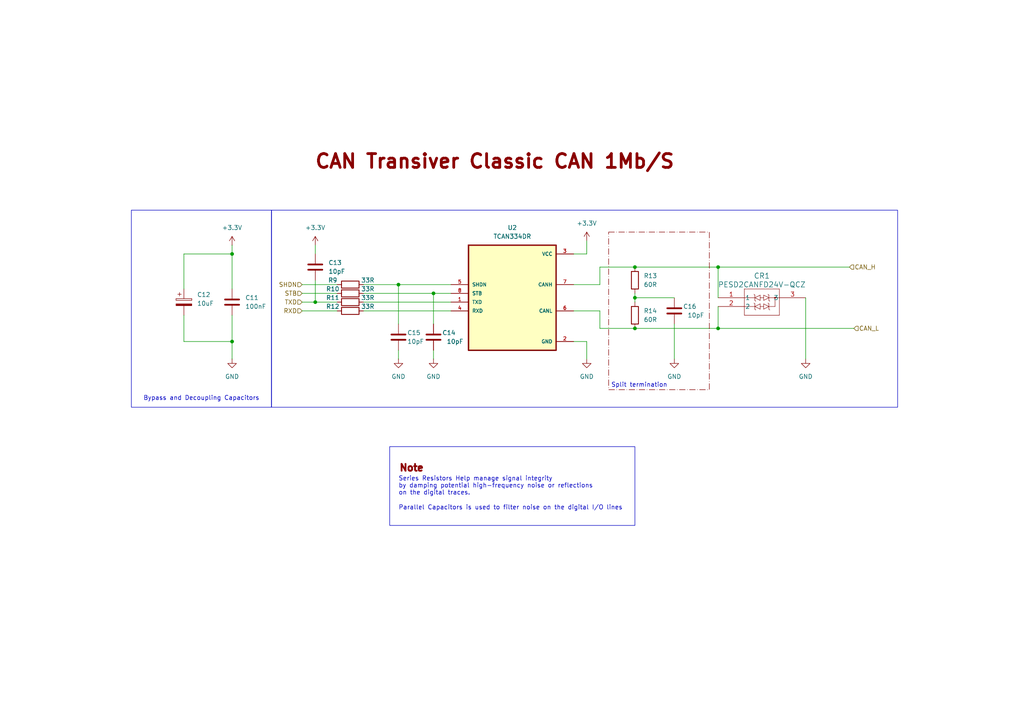
<source format=kicad_sch>
(kicad_sch (version 20250114) (generator "eeschema") (generator_version "9.0")
  (paper "A4")
  (title_block (title "${Project_Name}") (date "2026-01-05") (rev "V1"))
  (lib_symbols
    (symbol "Device:C" (pin_numbers (hide yes)) (pin_names (offset 0.254))
      (property "Reference" "C" (at 0.635 2.54 0))
      (property "Value" "C" (at 0.635 -2.54 0))
      (symbol "C_0_1"
        (polyline (pts (xy -2.032 0.762) (xy 2.032 0.762)) (stroke (width 0.508)))
        (polyline (pts (xy -2.032 -0.762) (xy 2.032 -0.762)) (stroke (width 0.508)))
      )
      (symbol "C_1_1"
        (pin passive line (at 0 3.81 270) (length 2.794) (name "~") (number "1"))
        (pin passive line (at 0 -3.81 90) (length 2.794) (name "~") (number "2"))
      )
    )
    (symbol "Device:C_Polarized" (pin_numbers (hide yes)) (pin_names (offset 0.254))
      (property "Reference" "C" (at 0.635 2.54 0))
      (property "Value" "C_Polarized" (at 0.635 -2.54 0))
      (symbol "C_Polarized_0_1"
        (rectangle (start -2.286 0.508) (end 2.286 1.016))
        (polyline (pts (xy -1.778 2.286) (xy -0.762 2.286)))
        (polyline (pts (xy -1.27 2.794) (xy -1.27 1.778)))
        (rectangle (start 2.286 -0.508) (end -2.286 -1.016) (fill (type outline)))
      )
      (symbol "C_Polarized_1_1"
        (pin passive line (at 0 3.81 270) (length 2.794) (name "~") (number "1"))
        (pin passive line (at 0 -3.81 90) (length 2.794) (name "~") (number "2"))
      )
    )
    (symbol "Device:R" (pin_numbers (hide yes)) (pin_names (offset 0))
      (property "Reference" "R" (at 2.032 0 90))
      (property "Value" "R" (at 0 0 90))
      (symbol "R_0_1"
        (rectangle (start -1.016 -2.54) (end 1.016 2.54) (stroke (width 0.254)))
      )
      (symbol "R_1_1"
        (pin passive line (at 0 3.81 270) (length 1.27) (name "~") (number "1"))
        (pin passive line (at 0 -3.81 90) (length 1.27) (name "~") (number "2"))
      )
    )
    (symbol "PESD2CANFD27V-QCZ:PESD2CANFD24V-QCZ" (pin_names (offset 0.254))
      (property "Reference" "CR" (at 12.7 7.62 0))
      (property "Value" "PESD2CANFD24V-QCZ" (at 12.7 5.08 0))
      (symbol "PESD2CANFD24V-QCZ_0_1"
        (polyline (pts (xy 7.62 2.54) (xy 7.62 -5.08)) (stroke (width 0.127)))
        (polyline (pts (xy 7.62 -2.54) (xy 10.668 -2.54)) (stroke (width 0.127)))
        (polyline (pts (xy 7.62 -5.08) (xy 17.78 -5.08)) (stroke (width 0.127)))
        (polyline (pts (xy 10.668 0.762) (xy 10.414 1.016)) (stroke (width 0.127)))
        (polyline (pts (xy 10.668 0) (xy 7.62 0)) (stroke (width 0.127)))
        (polyline (pts (xy 10.668 0) (xy 12.192 -0.762)) (stroke (width 0.127)))
        (polyline (pts (xy 10.668 -0.762) (xy 10.668 0.762)) (stroke (width 0.127)))
        (polyline (pts (xy 10.668 -0.762) (xy 10.922 -1.016)) (stroke (width 0.127)))
        (polyline (pts (xy 10.668 -1.778) (xy 10.414 -1.524)) (stroke (width 0.127)))
        (polyline (pts (xy 10.668 -2.54) (xy 12.192 -3.302)) (stroke (width 0.127)))
        (polyline (pts (xy 10.668 -3.302) (xy 10.668 -1.778)) (stroke (width 0.127)))
        (polyline (pts (xy 10.668 -3.302) (xy 10.922 -3.556)) (stroke (width 0.127)))
        (polyline (pts (xy 12.192 0.762) (xy 10.668 0)) (stroke (width 0.127)))
        (polyline (pts (xy 12.192 0) (xy 13.208 0)) (stroke (width 0.127)))
        (polyline (pts (xy 12.192 -0.762) (xy 12.192 0.762)) (stroke (width 0.127)))
        (polyline (pts (xy 12.192 -1.778) (xy 10.668 -2.54)) (stroke (width 0.127)))
        (polyline (pts (xy 12.192 -2.54) (xy 13.208 -2.54)) (stroke (width 0.127)))
        (polyline (pts (xy 12.192 -3.302) (xy 12.192 -1.778)) (stroke (width 0.127)))
        (polyline (pts (xy 13.208 0.762) (xy 13.208 -0.762)) (stroke (width 0.127)))
        (polyline (pts (xy 13.208 -0.762) (xy 14.732 0)) (stroke (width 0.127)))
        (polyline (pts (xy 13.208 -1.778) (xy 13.208 -3.302)) (stroke (width 0.127)))
        (polyline (pts (xy 13.208 -3.302) (xy 14.732 -2.54)) (stroke (width 0.127)))
        (polyline (pts (xy 14.732 0.762) (xy 14.478 1.016)) (stroke (width 0.127)))
        (polyline (pts (xy 14.732 0.762) (xy 14.732 -0.762)) (stroke (width 0.127)))
        (polyline (pts (xy 14.732 0) (xy 13.208 0.762)) (stroke (width 0.127)))
        (polyline (pts (xy 14.732 0) (xy 17.78 0)) (stroke (width 0.127)))
        (polyline (pts (xy 14.732 -0.762) (xy 14.986 -1.016)) (stroke (width 0.127)))
        (polyline (pts (xy 14.732 -1.778) (xy 14.478 -1.524)) (stroke (width 0.127)))
        (polyline (pts (xy 14.732 -1.778) (xy 14.732 -3.302)) (stroke (width 0.127)))
        (polyline (pts (xy 14.732 -2.54) (xy 13.208 -1.778)) (stroke (width 0.127)))
        (polyline (pts (xy 14.732 -2.54) (xy 16.51 -2.54)) (stroke (width 0.127)))
        (polyline (pts (xy 14.732 -3.302) (xy 14.986 -3.556)) (stroke (width 0.127)))
        (polyline (pts (xy 16.51 0) (xy 16.51 -2.54)) (stroke (width 0.127)))
        (circle (center 16.51 0) (radius 0.127) (stroke (width 0.254)))
        (polyline (pts (xy 17.78 2.54) (xy 7.62 2.54)) (stroke (width 0.127)))
        (polyline (pts (xy 17.78 -5.08) (xy 17.78 2.54)) (stroke (width 0.127)))
        (pin unspecified line (at 0 0 0) (length 7.62) (name "1") (number "1"))
        (pin unspecified line (at 0 -2.54 0) (length 7.62) (name "2") (number "2"))
        (pin unspecified line (at 25.4 0 180) (length 7.62) (name "3") (number "3"))
      )
    )
    (symbol "TCAN334DR:TCAN334DR" (pin_names (offset 1.016))
      (property "Reference" "U" (at -12.7 16.24 0))
      (property "Value" "TCAN334DR" (at -12.7 -19.24 0))
      (symbol "TCAN334DR_0_0"
        (rectangle (start -12.7 -15.24) (end 12.7 15.24) (stroke (width 0.41)) (fill (type background)))
        (pin input line (at -17.78 3.81 0) (length 5.08) (name "SHDN") (number "5"))
        (pin input line (at -17.78 1.27 0) (length 5.08) (name "STB") (number "8"))
        (pin input line (at -17.78 -1.27 0) (length 5.08) (name "TXD") (number "1"))
        (pin output line (at -17.78 -3.81 0) (length 5.08) (name "RXD") (number "4"))
        (pin power_in line (at 17.78 12.7 180) (length 5.08) (name "VCC") (number "3"))
        (pin bidirectional line (at 17.78 3.81 180) (length 5.08) (name "CANH") (number "7"))
        (pin bidirectional line (at 17.78 -3.81 180) (length 5.08) (name "CANL") (number "6"))
        (pin power_in line (at 17.78 -12.7 180) (length 5.08) (name "GND") (number "2"))
      )
    )
    (symbol "power:+3.3V" (power) (pin_numbers (hide yes)) (pin_names (offset 0) (hide yes))
      (property "Value" "+3.3V" (at 0 3.556 0))
      (symbol "+3.3V_0_1"
        (polyline (pts (xy -0.762 1.27) (xy 0 2.54)))
        (polyline (pts (xy 0 2.54) (xy 0.762 1.27)))
        (polyline (pts (xy 0 0) (xy 0 2.54)))
      )
      (symbol "+3.3V_1_1"
        (pin power_in line (at 0 0 90) (length 0) (name "~") (number "1"))
      )
    )
    (symbol "power:GND" (power) (pin_numbers (hide yes)) (pin_names (offset 0) (hide yes))
      (property "Value" "GND" (at 0 -3.81 0))
      (symbol "GND_0_1"
        (polyline (pts (xy 0 0) (xy 0 -1.27) (xy 1.27 -1.27) (xy 0 -2.54) (xy -1.27 -1.27) (xy 0 -1.27)))
      )
      (symbol "GND_1_1"
        (pin power_in line (at 0 0 270) (length 0) (name "~") (number "1"))
      )
    )
  )
  (rectangle (start 113.03 129.54) (end 184.15 152.4))
  (rectangle (start 176.53 67.31) (end 205.74 113.03) (stroke (width 0) (type dash_dot) (color 132 0 0 1)))
  (rectangle (start 78.74 60.96) (end 260.35 118.11))
  (rectangle (start 38.1 60.96) (end 78.74 118.11))
  (text "Series Resistors Help manage signal integrity \nby damping potential high-frequency noise or reflections \non the digital traces." (at 115.57 140.97 0) (effects (font (size 1.27 1.27)) (justify left)))
  (text "Parallel Capacitors is used to filter noise on the digital I/O lines" (at 115.57 147.32 0) (effects (font (size 1.27 1.27)) (justify left)))
  (text "Bypass and Decoupling Capacitors\n" (at 58.42 115.57 0) (effects (font (size 1.27 1.27))))
  (text "CAN Transiver Classic CAN 1Mb/S" (at 143.51 46.99 0) (effects (font (size 4 4) (thickness 0.8) (bold yes))))
  (text "Split termination\n" (at 185.42 111.76 0) (effects (font (size 1.27 1.27))))
  (text "Note" (at 119.38 135.89 0) (effects (font (size 2 2) (thickness 0.6) (bold yes))))
  (junction (at 184.15 95.25))
  (junction (at 115.57 82.55))
  (junction (at 91.44 87.63))
  (junction (at 67.31 73.66))
  (junction (at 208.28 95.25))
  (junction (at 184.15 77.47))
  (junction (at 125.73 85.09))
  (junction (at 208.28 77.47))
  (junction (at 184.15 86.36))
  (junction (at 67.31 99.06))
  (wire (pts (xy 184.15 87.63) (xy 184.15 86.36)))
  (wire (pts (xy 184.15 77.47) (xy 173.99 77.47)))
  (wire (pts (xy 170.18 99.06) (xy 166.37 99.06)))
  (wire (pts (xy 173.99 82.55) (xy 166.37 82.55)))
  (wire (pts (xy 184.15 95.25) (xy 208.28 95.25)))
  (wire (pts (xy 208.28 95.25) (xy 247.65 95.25)))
  (wire (pts (xy 105.41 90.17) (xy 130.81 90.17)))
  (wire (pts (xy 246.38 77.47) (xy 208.28 77.47)))
  (wire (pts (xy 67.31 91.44) (xy 67.31 99.06)))
  (wire (pts (xy 67.31 99.06) (xy 67.31 104.14)))
  (wire (pts (xy 208.28 77.47) (xy 208.28 86.36)))
  (wire (pts (xy 173.99 95.25) (xy 173.99 90.17)))
  (wire (pts (xy 91.44 87.63) (xy 97.79 87.63)))
  (wire (pts (xy 170.18 73.66) (xy 166.37 73.66)))
  (wire (pts (xy 184.15 77.47) (xy 208.28 77.47)))
  (wire (pts (xy 87.63 87.63) (xy 91.44 87.63)))
  (wire (pts (xy 125.73 85.09) (xy 125.73 93.98)))
  (wire (pts (xy 87.63 90.17) (xy 97.79 90.17)))
  (wire (pts (xy 87.63 85.09) (xy 97.79 85.09)))
  (wire (pts (xy 173.99 90.17) (xy 166.37 90.17)))
  (wire (pts (xy 115.57 101.6) (xy 115.57 104.14)))
  (wire (pts (xy 233.68 86.36) (xy 233.68 104.14)))
  (wire (pts (xy 125.73 101.6) (xy 125.73 104.14)))
  (wire (pts (xy 53.34 83.82) (xy 53.34 73.66)))
  (wire (pts (xy 115.57 82.55) (xy 115.57 93.98)))
  (wire (pts (xy 208.28 88.9) (xy 208.28 95.25)))
  (wire (pts (xy 105.41 85.09) (xy 125.73 85.09)))
  (wire (pts (xy 91.44 71.12) (xy 91.44 73.66)))
  (wire (pts (xy 195.58 104.14) (xy 195.58 93.98)))
  (wire (pts (xy 184.15 86.36) (xy 184.15 85.09)))
  (wire (pts (xy 53.34 91.44) (xy 53.34 99.06)))
  (wire (pts (xy 105.41 82.55) (xy 115.57 82.55)))
  (wire (pts (xy 170.18 104.14) (xy 170.18 99.06)))
  (wire (pts (xy 91.44 81.28) (xy 91.44 87.63)))
  (wire (pts (xy 115.57 82.55) (xy 130.81 82.55)))
  (wire (pts (xy 67.31 71.12) (xy 67.31 73.66)))
  (wire (pts (xy 87.63 82.55) (xy 97.79 82.55)))
  (wire (pts (xy 125.73 85.09) (xy 130.81 85.09)))
  (wire (pts (xy 170.18 69.85) (xy 170.18 73.66)))
  (wire (pts (xy 53.34 73.66) (xy 67.31 73.66)))
  (wire (pts (xy 173.99 77.47) (xy 173.99 82.55)))
  (wire (pts (xy 105.41 87.63) (xy 130.81 87.63)))
  (wire (pts (xy 184.15 95.25) (xy 173.99 95.25)))
  (wire (pts (xy 67.31 73.66) (xy 67.31 83.82)))
  (wire (pts (xy 195.58 86.36) (xy 184.15 86.36)))
  (wire (pts (xy 53.34 99.06) (xy 67.31 99.06)))
  (hierarchical_label "RXD" (shape input) (at 87.63 90.17 180))
  (hierarchical_label "CAN_H" (shape input) (at 246.38 77.47 0))
  (hierarchical_label "CAN_L" (shape input) (at 247.65 95.25 0))
  (hierarchical_label "STB" (shape input) (at 87.63 85.09 180))
  (hierarchical_label "SHDN" (shape input) (at 87.63 82.55 180))
  (hierarchical_label "TXD" (shape input) (at 87.63 87.63 180))
  (symbol (lib_id "TCAN334DR:TCAN334DR") (at 148.59 86.36 0) (unit 1)
    (property "Reference" "U2" (at 148.59 66.04 0))
    (property "Value" "TCAN334DR" (at 148.59 68.58 0))
    (property "Footprint" "BLDC_Motor_Driver_Components_Footprint:SOIC127P599X175-8N" (effects (hide yes)))
    (property "MF" "Texas Instruments" (effects (hide yes)))
    (property "Description_1" "3.3-V CAN Transceivers" (effects (hide yes)))
    (property "Package" "SOIC-8 Texas Instruments" (effects (hide yes)))
    (property "Price" "None" (effects (hide yes)))
    (property "SnapEDA_Link" "https://www.snapeda.com/parts/TCAN334DR/Texas+Instruments/view-part/?ref=snap" (effects (hide yes)))
    (property "MP" "TCAN334DR" (effects (hide yes)))
    (property "Availability" "In Stock" (effects (hide yes)))
    (property "Check_prices" "https://www.snapeda.com/parts/TCAN334DR/Texas+Instruments/view-part/?ref=eda" (effects (hide yes)))
  )
  (symbol (lib_id "Device:C") (at 115.57 97.79 0) (unit 1)
    (property "Reference" "C15" (at 118.11 96.52 0) (effects (justify left)))
    (property "Value" "10pF" (at 118.11 99.06 0) (effects (justify left)))
    (property "Footprint" "Capacitor_SMD:C_0603_1608Metric" (effects (hide yes)))
    (property "Datasheet" "https://www.lcsc.com/datasheet/C1634.pdf" (effects (hide yes)))
    (property "Description" "Unpolarized capacitor" (effects (hide yes)))
    (property "LCSC_PN" "C1634" (effects (hide yes)))
    (property "MP" "CL10C100JB8NNNC" (effects (hide yes)))
    (property "Assembled" "No" (effects (hide yes)))
  )
  (symbol (lib_id "Device:R") (at 101.6 82.55 270) (unit 1)
    (property "Reference" "R9" (at 96.52 81.28 90))
    (property "Value" "33R" (at 106.68 81.28 90))
    (property "Footprint" "Resistor_SMD:R_0603_1608Metric" (effects (hide yes)))
    (property "Datasheet" "https://www.lcsc.com/datasheet/C108661.pdf" (effects (hide yes)))
    (property "Description" "Resistor" (effects (hide yes)))
    (property "LCSC_PN" "C108661" (effects (hide yes)))
    (property "MP" "RC0603FR-0733RL" (effects (hide yes)))
    (property "Assembled" "Yes" (effects (hide yes)))
  )
  (symbol (lib_id "Device:R") (at 101.6 85.09 270) (unit 1)
    (property "Reference" "R10" (at 96.52 83.82 90))
    (property "Value" "33R" (at 106.68 83.82 90))
    (property "Footprint" "Resistor_SMD:R_0603_1608Metric" (effects (hide yes)))
    (property "Datasheet" "https://www.lcsc.com/datasheet/C108661.pdf" (effects (hide yes)))
    (property "Description" "Resistor" (effects (hide yes)))
    (property "LCSC_PN" "C108661" (effects (hide yes)))
    (property "MP" "RC0603FR-0733RL" (effects (hide yes)))
    (property "Assembled" "Yes" (effects (hide yes)))
  )
  (symbol (lib_id "Device:C") (at 195.58 90.17 0) (unit 1)
    (property "Reference" "C16" (at 198.12 88.9 0) (effects (justify left)))
    (property "Value" "10pF" (at 199.39 91.44 0) (effects (justify left)))
    (property "Footprint" "Capacitor_SMD:C_0603_1608Metric" (effects (hide yes)))
    (property "Datasheet" "https://www.lcsc.com/datasheet/C1634.pdf" (effects (hide yes)))
    (property "Description" "Unpolarized capacitor" (effects (hide yes)))
    (property "LCSC_PN" "C1634" (effects (hide yes)))
    (property "MP" "CL10C100JB8NNNC" (effects (hide yes)))
    (property "Assembled" "No" (effects (hide yes)))
  )
  (symbol (lib_id "power:GND") (at 67.31 104.14 0) (unit 1)
    (property "Reference" "#PWR023" (effects (hide yes)))
    (property "Value" "GND" (at 67.31 109.22 0))
    (property "Description" "Power symbol creates a global label with name \"GND\" , ground" (effects (hide yes)))
  )
  (symbol (lib_id "Device:C_Polarized") (at 53.34 87.63 0) (unit 1)
    (property "Reference" "C12" (at 57.15 85.4709 0) (effects (justify left)))
    (property "Value" "10uF" (at 57.15 88.0109 0) (effects (justify left)))
    (property "Footprint" "Capacitor_Tantalum_SMD:CP_EIA-3216-18_Kemet-A" (effects (hide yes)))
    (property "Datasheet" "https://datasheets.kyocera-avx.com/TAJ.pdf" (effects (hide yes)))
    (property "Description" "Polarized capacitor" (effects (hide yes)))
    (property "LCSC_PN" "C7171" (effects (hide yes)))
    (property "MP" "TAJA106K016RNJ" (effects (hide yes)))
    (property "Assembled" "Yes" (effects (hide yes)))
  )
  (symbol (lib_id "power:GND") (at 125.73 104.14 0) (unit 1)
    (property "Reference" "#PWR026" (effects (hide yes)))
    (property "Value" "GND" (at 125.73 109.22 0))
    (property "Description" "Power symbol creates a global label with name \"GND\" , ground" (effects (hide yes)))
  )
  (symbol (lib_id "power:+3.3V") (at 67.31 71.12 0) (unit 1)
    (property "Reference" "#PWR022" (effects (hide yes)))
    (property "Value" "+3.3V" (at 67.31 66.04 0))
    (property "Description" "Power symbol creates a global label with name \"+3.3V\"" (effects (hide yes)))
  )
  (symbol (lib_id "Device:R") (at 101.6 87.63 270) (unit 1)
    (property "Reference" "R11" (at 96.52 86.36 90))
    (property "Value" "33R" (at 106.68 86.36 90))
    (property "Footprint" "Resistor_SMD:R_0603_1608Metric" (effects (hide yes)))
    (property "Datasheet" "https://www.lcsc.com/datasheet/C108661.pdf" (effects (hide yes)))
    (property "Description" "Resistor" (effects (hide yes)))
    (property "LCSC_PN" "C108661" (effects (hide yes)))
    (property "MP" "RC0603FR-0733RL" (effects (hide yes)))
    (property "Assembled" "Yes" (effects (hide yes)))
  )
  (symbol (lib_id "power:+3.3V") (at 91.44 71.12 0) (unit 1)
    (property "Reference" "#PWR024" (effects (hide yes)))
    (property "Value" "+3.3V" (at 91.44 66.04 0))
    (property "Description" "Power symbol creates a global label with name \"+3.3V\"" (effects (hide yes)))
  )
  (symbol (lib_id "Device:R") (at 184.15 81.28 0) (unit 1)
    (property "Reference" "R13" (at 186.69 80.0099 0) (effects (justify left)))
    (property "Value" "60R" (at 186.69 82.5499 0) (effects (justify left)))
    (property "Footprint" "Capacitor_SMD:C_0603_1608Metric" (effects (hide yes)))
    (property "Datasheet" "https://www.lcsc.com/datasheet/C166918.pdf" (effects (hide yes)))
    (property "Description" "Resistor" (effects (hide yes)))
    (property "LCSC_PN" "C166918" (effects (hide yes)))
    (property "MP" "RTT0360R0FTP" (effects (hide yes)))
    (property "Assembled" "Yes" (effects (hide yes)))
  )
  (symbol (lib_id "Device:R") (at 101.6 90.17 270) (unit 1)
    (property "Reference" "R12" (at 96.52 88.9 90))
    (property "Value" "33R" (at 106.68 88.9 90))
    (property "Footprint" "Resistor_SMD:R_0603_1608Metric" (effects (hide yes)))
    (property "Datasheet" "https://www.lcsc.com/datasheet/C108661.pdf" (effects (hide yes)))
    (property "Description" "Resistor" (effects (hide yes)))
    (property "LCSC_PN" "C108661" (effects (hide yes)))
    (property "MP" "RC0603FR-0733RL" (effects (hide yes)))
    (property "Assembled" "Yes" (effects (hide yes)))
  )
  (symbol (lib_id "power:GND") (at 170.18 104.14 0) (unit 1)
    (property "Reference" "#PWR021" (effects (hide yes)))
    (property "Value" "GND" (at 170.18 109.22 0))
    (property "Description" "Power symbol creates a global label with name \"GND\" , ground" (effects (hide yes)))
  )
  (symbol (lib_id "power:+3.3V") (at 170.18 69.85 0) (unit 1)
    (property "Reference" "#PWR020" (effects (hide yes)))
    (property "Value" "+3.3V" (at 170.18 64.77 0))
    (property "Description" "Power symbol creates a global label with name \"+3.3V\"" (effects (hide yes)))
  )
  (symbol (lib_id "power:GND") (at 115.57 104.14 0) (unit 1)
    (property "Reference" "#PWR025" (effects (hide yes)))
    (property "Value" "GND" (at 115.57 109.22 0))
    (property "Description" "Power symbol creates a global label with name \"GND\" , ground" (effects (hide yes)))
  )
  (symbol (lib_id "Device:C") (at 91.44 77.47 0) (unit 1)
    (property "Reference" "C13" (at 95.25 76.1999 0) (effects (justify left)))
    (property "Value" "10pF" (at 95.25 78.7399 0) (effects (justify left)))
    (property "Footprint" "Capacitor_SMD:C_0603_1608Metric" (effects (hide yes)))
    (property "Datasheet" "https://www.lcsc.com/datasheet/C1634.pdf" (effects (hide yes)))
    (property "Description" "Unpolarized capacitor" (effects (hide yes)))
    (property "LCSC_PN" "C1634" (effects (hide yes)))
    (property "MP" "CL10C100JB8NNNC" (effects (hide yes)))
    (property "Assembled" "No" (effects (hide yes)))
  )
  (symbol (lib_id "Device:C") (at 67.31 87.63 180) (unit 1)
    (property "Reference" "C11" (at 71.12 86.3599 0) (effects (justify right)))
    (property "Value" "100nF" (at 71.12 88.8999 0) (effects (justify right)))
    (property "Footprint" "Capacitor_SMD:C_0603_1608Metric" (effects (hide yes)))
    (property "Datasheet" "https://www.lcsc.com/datasheet/C1591.pdf" (effects (hide yes)))
    (property "Description" "Unpolarized capacitor" (effects (hide yes)))
    (property "MP" "CL10B104KB8NNNC" (effects (hide yes)))
    (property "LCSC_PN" "C1591" (effects (hide yes)))
    (property "Assembled" "Yes" (effects (hide yes)))
  )
  (symbol (lib_id "Device:R") (at 184.15 91.44 0) (unit 1)
    (property "Reference" "R14" (at 186.69 90.1699 0) (effects (justify left)))
    (property "Value" "60R" (at 186.69 92.7099 0) (effects (justify left)))
    (property "Footprint" "Capacitor_SMD:C_0603_1608Metric" (effects (hide yes)))
    (property "Datasheet" "https://www.lcsc.com/datasheet/C166918.pdf" (effects (hide yes)))
    (property "Description" "Resistor" (effects (hide yes)))
    (property "LCSC_PN" "C166918" (effects (hide yes)))
    (property "MP" "RTT0360R0FTP" (effects (hide yes)))
    (property "Assembled" "Yes" (effects (hide yes)))
  )
  (symbol (lib_id "PESD2CANFD27V-QCZ:PESD2CANFD24V-QCZ") (at 208.28 86.36 0) (unit 1)
    (property "Reference" "CR1" (at 220.98 80.01 0) (effects (font (size 1.524 1.524))))
    (property "Value" "PESD2CANFD24V-QCZ" (at 220.98 82.55 0) (effects (font (size 1.524 1.524))))
    (property "Footprint" "BLDC_Motor_Driver_Components_Footprint:DFN1412D-3_SOT8009_NEX" (effects (hide yes)))
    (property "Datasheet" "PESD2CANFD24V-QCZ" (effects (hide yes)))
  )
  (symbol (lib_id "power:GND") (at 233.68 104.14 0) (unit 1)
    (property "Reference" "#PWR028" (effects (hide yes)))
    (property "Value" "GND" (at 233.68 109.22 0))
    (property "Description" "Power symbol creates a global label with name \"GND\" , ground" (effects (hide yes)))
  )
  (symbol (lib_id "Device:C") (at 125.73 97.79 0) (unit 1)
    (property "Reference" "C14" (at 128.27 96.52 0) (effects (justify left)))
    (property "Value" "10pF" (at 129.54 99.06 0) (effects (justify left)))
    (property "Footprint" "Capacitor_SMD:C_0603_1608Metric" (effects (hide yes)))
    (property "Datasheet" "https://www.lcsc.com/datasheet/C1634.pdf" (effects (hide yes)))
    (property "Description" "Unpolarized capacitor" (effects (hide yes)))
    (property "LCSC_PN" "C1634" (effects (hide yes)))
    (property "MP" "CL10C100JB8NNNC" (effects (hide yes)))
    (property "Assembled" "No" (effects (hide yes)))
  )
  (symbol (lib_id "power:GND") (at 195.58 104.14 0) (unit 1)
    (property "Reference" "#PWR027" (effects (hide yes)))
    (property "Value" "GND" (at 195.58 109.22 0))
    (property "Description" "Power symbol creates a global label with name \"GND\" , ground" (effects (hide yes)))
  )
)
</source>
